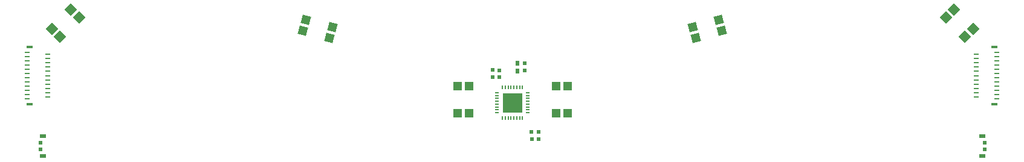
<source format=gbp>
G04*
G04 #@! TF.GenerationSoftware,Altium Limited,Altium Designer,19.1.5 (86)*
G04*
G04 Layer_Color=128*
%FSLAX24Y24*%
%MOIN*%
G70*
G01*
G75*
%ADD29P,0.0668X4X180.0*%
%ADD30P,0.0668X4X240.0*%
%ADD31P,0.0668X4X390.0*%
%ADD32P,0.0668X4X90.0*%
%ADD33R,0.0472X0.0472*%
%ADD34R,0.0315X0.0102*%
%ADD35R,0.0256X0.0102*%
%ADD36R,0.0335X0.0157*%
%ADD37R,0.0354X0.0236*%
%ADD38R,0.0217X0.0236*%
%ADD39R,0.0220X0.0236*%
%ADD40R,0.0236X0.0220*%
%ADD41R,0.0236X0.0295*%
%ADD42R,0.1102X0.1102*%
%ADD43R,0.0079X0.0197*%
%ADD44R,0.0197X0.0079*%
D29*
X23898Y1506D02*
D03*
X24344Y1952D02*
D03*
X24956Y448D02*
D03*
X25402Y894D02*
D03*
D30*
X10100Y387D02*
D03*
X9937Y996D02*
D03*
X11545Y774D02*
D03*
X11382Y1383D02*
D03*
D31*
X-9937Y996D02*
D03*
X-10100Y387D02*
D03*
X-11382Y1383D02*
D03*
X-11545Y774D02*
D03*
D32*
X-24344Y1952D02*
D03*
X-23898Y1506D02*
D03*
X-25402Y894D02*
D03*
X-24956Y448D02*
D03*
D33*
X-2404Y-3780D02*
D03*
X-3034D02*
D03*
X-2404Y-2283D02*
D03*
X-3034D02*
D03*
X3034Y-3780D02*
D03*
X2404D02*
D03*
X3034Y-2283D02*
D03*
X2404D02*
D03*
D34*
X26712Y-401D02*
D03*
Y-637D02*
D03*
Y-873D02*
D03*
Y-1109D02*
D03*
Y-1346D02*
D03*
Y-1582D02*
D03*
Y-1818D02*
D03*
Y-2054D02*
D03*
Y-2291D02*
D03*
Y-2527D02*
D03*
Y-2763D02*
D03*
Y-2999D02*
D03*
X-26754D02*
D03*
Y-2763D02*
D03*
Y-2527D02*
D03*
Y-2291D02*
D03*
Y-2054D02*
D03*
Y-1818D02*
D03*
Y-1582D02*
D03*
Y-1346D02*
D03*
Y-1109D02*
D03*
Y-873D02*
D03*
Y-637D02*
D03*
Y-401D02*
D03*
D35*
X25580Y-519D02*
D03*
Y-755D02*
D03*
Y-991D02*
D03*
Y-1228D02*
D03*
Y-1464D02*
D03*
Y-1700D02*
D03*
Y-1936D02*
D03*
Y-2172D02*
D03*
Y-2409D02*
D03*
Y-2645D02*
D03*
Y-2881D02*
D03*
X-25623D02*
D03*
Y-2645D02*
D03*
Y-2409D02*
D03*
Y-2172D02*
D03*
Y-1936D02*
D03*
Y-1700D02*
D03*
Y-1464D02*
D03*
Y-1228D02*
D03*
Y-991D02*
D03*
Y-755D02*
D03*
Y-519D02*
D03*
D36*
X26584Y-125D02*
D03*
Y-3275D02*
D03*
X-26626D02*
D03*
Y-125D02*
D03*
D37*
X25904Y-6151D02*
D03*
Y-5049D02*
D03*
X-25896Y-6151D02*
D03*
Y-5049D02*
D03*
D38*
X26032Y-5777D02*
D03*
Y-5423D02*
D03*
X-26024Y-5777D02*
D03*
Y-5423D02*
D03*
D39*
X1435Y-4800D02*
D03*
X1057D02*
D03*
X1439Y-5200D02*
D03*
X1061D02*
D03*
D40*
X-1100Y-1391D02*
D03*
Y-1769D02*
D03*
X-710Y-1411D02*
D03*
Y-1789D02*
D03*
X680Y-1031D02*
D03*
Y-1409D02*
D03*
D41*
X280Y-1023D02*
D03*
Y-1457D02*
D03*
D42*
X0Y-3200D02*
D03*
D43*
X551Y-2354D02*
D03*
X394D02*
D03*
X236D02*
D03*
X79D02*
D03*
X-79D02*
D03*
X-236D02*
D03*
X-394D02*
D03*
X-551D02*
D03*
Y-4046D02*
D03*
X-394D02*
D03*
X-236D02*
D03*
X-79D02*
D03*
X79D02*
D03*
X236D02*
D03*
X394D02*
D03*
X551D02*
D03*
D44*
X-846Y-2649D02*
D03*
Y-2806D02*
D03*
Y-2964D02*
D03*
Y-3121D02*
D03*
Y-3279D02*
D03*
Y-3436D02*
D03*
Y-3594D02*
D03*
Y-3751D02*
D03*
X846D02*
D03*
Y-3594D02*
D03*
Y-3436D02*
D03*
Y-3279D02*
D03*
Y-3121D02*
D03*
Y-2964D02*
D03*
Y-2806D02*
D03*
Y-2649D02*
D03*
M02*

</source>
